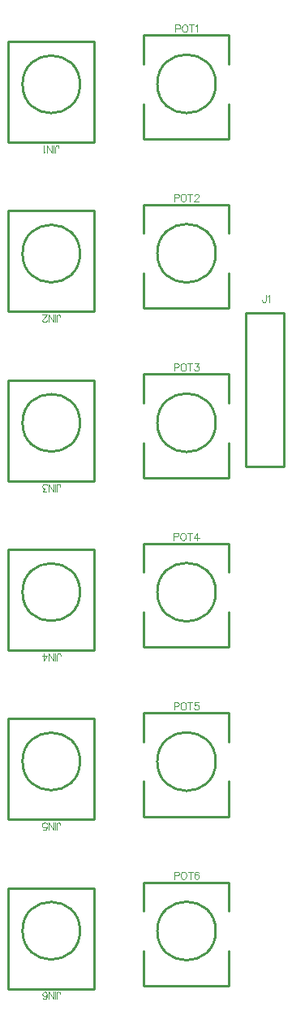
<source format=gbr>
G04 DipTrace 4.0.0.5*
G04 TopSilk.gbr*
%MOIN*%
G04 #@! TF.FileFunction,Legend,Top*
G04 #@! TF.Part,Single*
%ADD10C,0.009843*%
%ADD45C,0.003281*%
%FSLAX26Y26*%
G04*
G70*
G90*
G75*
G01*
G04 TopSilk*
%LPD*%
X1405820Y3364970D2*
D10*
Y2735048D1*
X1563300D1*
Y3364970D1*
X1405820D1*
X785292Y4064481D2*
Y4477850D1*
X430962D1*
Y4064481D1*
X785292D1*
X490017Y4302227D2*
G02X490017Y4302227I118110J0D01*
G01*
X785292Y3370185D2*
Y3783554D1*
X430962D1*
Y3370185D1*
X785292D1*
X490017Y3607930D2*
G02X490017Y3607930I118110J0D01*
G01*
X785292Y2675887D2*
Y3089256D1*
X430962D1*
Y2675887D1*
X785292D1*
X490017Y2913632D2*
G02X490017Y2913632I118110J0D01*
G01*
X785292Y1981590D2*
Y2394959D1*
X430962D1*
Y1981590D1*
X785292D1*
X490017Y2219336D2*
G02X490017Y2219336I118110J0D01*
G01*
X785292Y1287294D2*
Y1700662D1*
X430962D1*
Y1287294D1*
X785292D1*
X490017Y1525039D2*
G02X490017Y1525039I118110J0D01*
G01*
X785292Y592996D2*
Y1006365D1*
X430962D1*
Y592996D1*
X785292D1*
X490017Y830741D2*
G02X490017Y830741I118110J0D01*
G01*
X989095Y4504025D2*
Y4385263D1*
Y4504025D2*
X1338991D1*
Y4385263D2*
Y4504025D1*
Y4222792D2*
Y4079013D1*
X989095D2*
X1338991D1*
X989095D2*
Y4222792D1*
X1043964Y4304025D2*
G02X1043964Y4304025I120079J0D01*
G01*
X989095Y3809143D2*
Y3690382D1*
Y3809143D2*
X1338991D1*
Y3690382D2*
Y3809143D1*
Y3527910D2*
Y3384131D1*
X989095D2*
X1338991D1*
X989095D2*
Y3527910D1*
X1043964Y3609143D2*
G02X1043964Y3609143I120079J0D01*
G01*
X989095Y3114261D2*
Y2995500D1*
Y3114261D2*
X1338991D1*
Y2995500D2*
Y3114261D1*
Y2833029D2*
Y2689249D1*
X989095D2*
X1338991D1*
X989095D2*
Y2833029D1*
X1043964Y2914261D2*
G02X1043964Y2914261I120079J0D01*
G01*
X989095Y2419379D2*
Y2300618D1*
Y2419379D2*
X1338991D1*
Y2300618D2*
Y2419379D1*
Y2138147D2*
Y1994367D1*
X989095D2*
X1338991D1*
X989095D2*
Y2138147D1*
X1043964Y2219379D2*
G02X1043964Y2219379I120079J0D01*
G01*
X989095Y1724497D2*
Y1605736D1*
Y1724497D2*
X1338991D1*
Y1605736D2*
Y1724497D1*
Y1443265D2*
Y1299485D1*
X989095D2*
X1338991D1*
X989095D2*
Y1443265D1*
X1043964Y1524497D2*
G02X1043964Y1524497I120079J0D01*
G01*
X989095Y1029615D2*
Y910854D1*
Y1029615D2*
X1338991D1*
Y910854D2*
Y1029615D1*
Y748383D2*
Y604603D1*
X989095D2*
X1338991D1*
X989095D2*
Y748383D1*
X1043964Y829615D2*
G02X1043964Y829615I120079J0D01*
G01*
X1489782Y3437755D2*
D45*
Y3414808D1*
X1488356Y3410497D1*
X1486897Y3409071D1*
X1484045Y3407611D1*
X1481160D1*
X1478308Y3409071D1*
X1476882Y3410497D1*
X1475423Y3414808D1*
Y3417659D1*
X1496344Y3431985D2*
X1499229Y3433444D1*
X1503540Y3437722D1*
Y3407611D1*
X624436Y4021223D2*
Y4044171D1*
X625862Y4048482D1*
X627321Y4049908D1*
X630173Y4051367D1*
X633058D1*
X635910Y4049908D1*
X637336Y4048482D1*
X638795Y4044171D1*
Y4041319D1*
X617874Y4021223D2*
Y4051367D1*
X591217Y4021223D2*
Y4051367D1*
X611313Y4021223D1*
Y4051367D1*
X584655Y4026993D2*
X581770Y4025534D1*
X577459Y4021256D1*
Y4051367D1*
X630886Y3326926D2*
Y3349874D1*
X632312Y3354185D1*
X633771Y3355611D1*
X636623Y3357070D1*
X639508D1*
X642360Y3355611D1*
X643786Y3354185D1*
X645245Y3349874D1*
Y3347022D1*
X624324Y3326926D2*
Y3357070D1*
X597667Y3326926D2*
Y3357070D1*
X617763Y3326926D1*
Y3357070D1*
X589646Y3334122D2*
Y3332696D1*
X588220Y3329811D1*
X586794Y3328385D1*
X583909Y3326960D1*
X578172D1*
X575320Y3328385D1*
X573894Y3329811D1*
X572435Y3332696D1*
Y3335548D1*
X573894Y3338433D1*
X576746Y3342711D1*
X591105Y3357070D1*
X571009D1*
X630886Y2632628D2*
Y2655576D1*
X632312Y2659887D1*
X633771Y2661313D1*
X636623Y2662772D1*
X639508D1*
X642360Y2661313D1*
X643786Y2659887D1*
X645245Y2655576D1*
Y2652724D1*
X624324Y2632628D2*
Y2662772D1*
X597667Y2632628D2*
Y2662772D1*
X617763Y2632628D1*
Y2662772D1*
X588220Y2632662D2*
X572468D1*
X581057Y2644136D1*
X576746D1*
X573894Y2645562D1*
X572468Y2646987D1*
X571009Y2651299D1*
Y2654150D1*
X572468Y2658461D1*
X575320Y2661347D1*
X579631Y2662772D1*
X583942D1*
X588220Y2661347D1*
X589646Y2659887D1*
X591105Y2657035D1*
X631599Y1938332D2*
Y1961280D1*
X633025Y1965591D1*
X634484Y1967017D1*
X637336Y1968476D1*
X640221D1*
X643073Y1967017D1*
X644499Y1965591D1*
X645958Y1961280D1*
Y1958428D1*
X625037Y1938332D2*
Y1968476D1*
X598380Y1938332D2*
Y1968476D1*
X618476Y1938332D1*
Y1968476D1*
X577459D2*
Y1938365D1*
X591818Y1958428D1*
X570296D1*
X630886Y1244035D2*
Y1266983D1*
X632312Y1271294D1*
X633771Y1272720D1*
X636623Y1274179D1*
X639508D1*
X642360Y1272720D1*
X643786Y1271294D1*
X645245Y1266983D1*
Y1264131D1*
X624324Y1244035D2*
Y1274179D1*
X597667Y1244035D2*
Y1274179D1*
X617763Y1244035D1*
Y1274179D1*
X573894Y1244068D2*
X588220D1*
X589646Y1256968D1*
X588220Y1255542D1*
X583909Y1254083D1*
X579631D1*
X575320Y1255542D1*
X572435Y1258394D1*
X571009Y1262705D1*
Y1265557D1*
X572435Y1269868D1*
X575320Y1272753D1*
X579631Y1274179D1*
X583909D1*
X588220Y1272753D1*
X589646Y1271294D1*
X591105Y1268442D1*
X630156Y549737D2*
Y572685D1*
X631582Y576996D1*
X633042Y578422D1*
X635893Y579881D1*
X638778D1*
X641630Y578422D1*
X643056Y576996D1*
X644515Y572685D1*
Y569833D1*
X623595Y549737D2*
Y579881D1*
X596937Y549737D2*
Y579881D1*
X617033Y549737D1*
Y579881D1*
X573164Y554048D2*
X574590Y551196D1*
X578901Y549771D1*
X581753D1*
X586064Y551196D1*
X588949Y555508D1*
X590375Y562670D1*
Y569833D1*
X588949Y575570D1*
X586064Y578455D1*
X581753Y579881D1*
X580327D1*
X576050Y578455D1*
X573164Y575570D1*
X571739Y571259D1*
Y569833D1*
X573164Y565522D1*
X576050Y562670D1*
X580327Y561244D1*
X581753D1*
X586064Y562670D1*
X588949Y565522D1*
X590375Y569833D1*
X1119013Y4531498D2*
X1131946D1*
X1136224Y4532924D1*
X1137683Y4534383D1*
X1139109Y4537235D1*
Y4541546D1*
X1137683Y4544398D1*
X1136224Y4545857D1*
X1131946Y4547283D1*
X1119013D1*
Y4517139D1*
X1154293Y4547283D2*
X1151407Y4545857D1*
X1148556Y4542972D1*
X1147096Y4540120D1*
X1145670Y4535809D1*
Y4528613D1*
X1147096Y4524335D1*
X1148556Y4521450D1*
X1151407Y4518598D1*
X1154293Y4517139D1*
X1160030D1*
X1162881Y4518598D1*
X1165766Y4521450D1*
X1167192Y4524335D1*
X1168618Y4528613D1*
Y4535809D1*
X1167192Y4540120D1*
X1165766Y4542972D1*
X1162881Y4545857D1*
X1160030Y4547283D1*
X1154293D1*
X1185228D2*
Y4517139D1*
X1175180Y4547283D2*
X1195276D1*
X1201838Y4541513D2*
X1204723Y4542972D1*
X1209034Y4547250D1*
Y4517139D1*
X1112563Y3836616D2*
X1125496D1*
X1129774Y3838042D1*
X1131233Y3839501D1*
X1132659Y3842353D1*
Y3846664D1*
X1131233Y3849516D1*
X1129774Y3850975D1*
X1125496Y3852401D1*
X1112563D1*
Y3822257D1*
X1147843Y3852401D2*
X1144958Y3850975D1*
X1142106Y3848090D1*
X1140646Y3845238D1*
X1139221Y3840927D1*
Y3833731D1*
X1140646Y3829453D1*
X1142106Y3826568D1*
X1144958Y3823716D1*
X1147843Y3822257D1*
X1153580D1*
X1156431Y3823716D1*
X1159317Y3826568D1*
X1160742Y3829453D1*
X1162168Y3833731D1*
Y3840927D1*
X1160742Y3845238D1*
X1159317Y3848090D1*
X1156431Y3850975D1*
X1153580Y3852401D1*
X1147843D1*
X1178778D2*
Y3822257D1*
X1168730Y3852401D2*
X1188826D1*
X1196847Y3845205D2*
Y3846631D1*
X1198273Y3849516D1*
X1199699Y3850942D1*
X1202584Y3852368D1*
X1208321D1*
X1211173Y3850942D1*
X1212599Y3849516D1*
X1214058Y3846631D1*
Y3843779D1*
X1212599Y3840894D1*
X1209747Y3836616D1*
X1195388Y3822257D1*
X1215484D1*
X1112563Y3141734D2*
X1125496D1*
X1129774Y3143160D1*
X1131233Y3144619D1*
X1132659Y3147471D1*
Y3151782D1*
X1131233Y3154634D1*
X1129774Y3156093D1*
X1125496Y3157519D1*
X1112563D1*
Y3127375D1*
X1147843Y3157519D2*
X1144958Y3156093D1*
X1142106Y3153208D1*
X1140646Y3150356D1*
X1139221Y3146045D1*
Y3138849D1*
X1140646Y3134571D1*
X1142106Y3131686D1*
X1144958Y3128834D1*
X1147843Y3127375D1*
X1153580D1*
X1156431Y3128834D1*
X1159317Y3131686D1*
X1160742Y3134571D1*
X1162168Y3138849D1*
Y3146045D1*
X1160742Y3150356D1*
X1159317Y3153208D1*
X1156431Y3156093D1*
X1153580Y3157519D1*
X1147843D1*
X1178778D2*
Y3127375D1*
X1168730Y3157519D2*
X1188826D1*
X1198273Y3157486D2*
X1214025D1*
X1205436Y3146012D1*
X1209747D1*
X1212599Y3144586D1*
X1214025Y3143160D1*
X1215484Y3138849D1*
Y3135997D1*
X1214025Y3131686D1*
X1211173Y3128801D1*
X1206862Y3127375D1*
X1202551D1*
X1198273Y3128801D1*
X1196847Y3130260D1*
X1195388Y3133112D1*
X1111850Y2446852D2*
X1124783D1*
X1129061Y2448278D1*
X1130520Y2449737D1*
X1131946Y2452589D1*
Y2456900D1*
X1130520Y2459752D1*
X1129061Y2461211D1*
X1124783Y2462637D1*
X1111850D1*
Y2432493D1*
X1147130Y2462637D2*
X1144245Y2461211D1*
X1141393Y2458326D1*
X1139934Y2455474D1*
X1138508Y2451163D1*
Y2443967D1*
X1139934Y2439689D1*
X1141393Y2436804D1*
X1144245Y2433952D1*
X1147130Y2432493D1*
X1152867D1*
X1155718Y2433952D1*
X1158604Y2436804D1*
X1160030Y2439689D1*
X1161455Y2443967D1*
Y2451163D1*
X1160030Y2455474D1*
X1158604Y2458326D1*
X1155718Y2461211D1*
X1152867Y2462637D1*
X1147130D1*
X1178065D2*
Y2432493D1*
X1168017Y2462637D2*
X1188113D1*
X1209034Y2432493D2*
Y2462604D1*
X1194675Y2442541D1*
X1216197D1*
X1112563Y1751970D2*
X1125496D1*
X1129774Y1753396D1*
X1131233Y1754856D1*
X1132659Y1757707D1*
Y1762018D1*
X1131233Y1764870D1*
X1129774Y1766329D1*
X1125496Y1767755D1*
X1112563D1*
Y1737611D1*
X1147843Y1767755D2*
X1144958Y1766329D1*
X1142106Y1763444D1*
X1140646Y1760593D1*
X1139221Y1756281D1*
Y1749085D1*
X1140646Y1744808D1*
X1142106Y1741922D1*
X1144958Y1739071D1*
X1147843Y1737611D1*
X1153580D1*
X1156431Y1739071D1*
X1159317Y1741922D1*
X1160742Y1744808D1*
X1162168Y1749085D1*
Y1756281D1*
X1160742Y1760593D1*
X1159317Y1763444D1*
X1156431Y1766329D1*
X1153580Y1767755D1*
X1147843D1*
X1178778D2*
Y1737611D1*
X1168730Y1767755D2*
X1188826D1*
X1212599Y1767722D2*
X1198273D1*
X1196847Y1754822D1*
X1198273Y1756248D1*
X1202584Y1757707D1*
X1206862D1*
X1211173Y1756248D1*
X1214058Y1753396D1*
X1215484Y1749085D1*
Y1746233D1*
X1214058Y1741922D1*
X1211173Y1739037D1*
X1206862Y1737611D1*
X1202584D1*
X1198273Y1739037D1*
X1196847Y1740497D1*
X1195388Y1743348D1*
X1113292Y1057089D2*
X1126225D1*
X1130503Y1058515D1*
X1131962Y1059974D1*
X1133388Y1062826D1*
Y1067137D1*
X1131962Y1069988D1*
X1130503Y1071448D1*
X1126225Y1072874D1*
X1113292D1*
Y1042730D1*
X1148572Y1072874D2*
X1145687Y1071448D1*
X1142835Y1068563D1*
X1141376Y1065711D1*
X1139950Y1061400D1*
Y1054204D1*
X1141376Y1049926D1*
X1142835Y1047041D1*
X1145687Y1044189D1*
X1148572Y1042730D1*
X1154309D1*
X1157161Y1044189D1*
X1160046Y1047041D1*
X1161472Y1049926D1*
X1162898Y1054204D1*
Y1061400D1*
X1161472Y1065711D1*
X1160046Y1068563D1*
X1157161Y1071448D1*
X1154309Y1072874D1*
X1148572D1*
X1179508D2*
Y1042730D1*
X1169460Y1072874D2*
X1189556D1*
X1213328Y1068563D2*
X1211902Y1071414D1*
X1207591Y1072840D1*
X1204739D1*
X1200428Y1071414D1*
X1197543Y1067103D1*
X1196117Y1059940D1*
Y1052778D1*
X1197543Y1047041D1*
X1200428Y1044156D1*
X1204739Y1042730D1*
X1206165D1*
X1210443Y1044156D1*
X1213328Y1047041D1*
X1214754Y1051352D1*
Y1052778D1*
X1213328Y1057089D1*
X1210443Y1059940D1*
X1206165Y1061366D1*
X1204739D1*
X1200428Y1059940D1*
X1197543Y1057089D1*
X1196117Y1052778D1*
M02*

</source>
